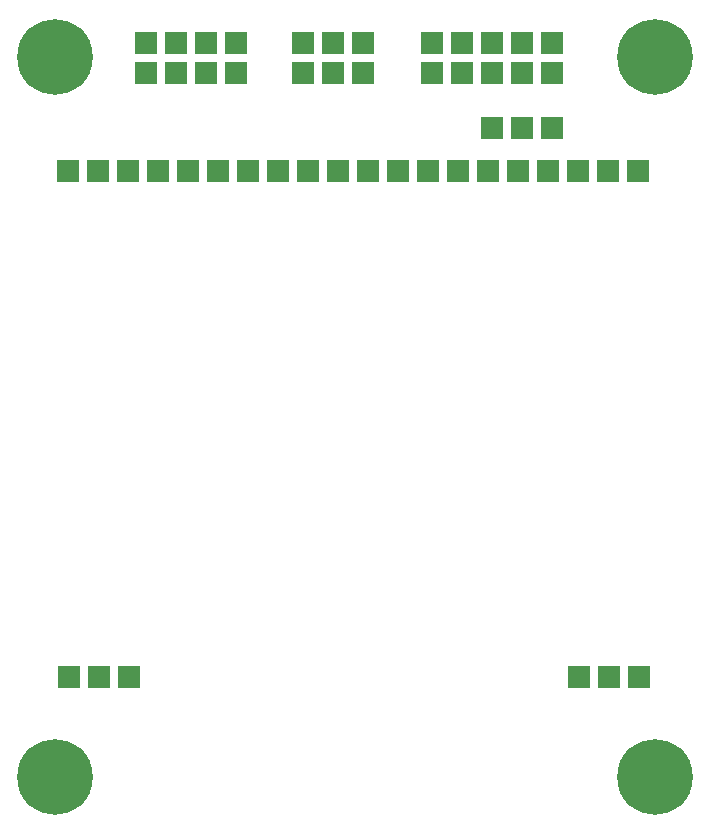
<source format=gbr>
%TF.GenerationSoftware,KiCad,Pcbnew,6.0.4-6f826c9f35~116~ubuntu20.04.1*%
%TF.CreationDate,2022-07-18T17:10:53+00:00*%
%TF.ProjectId,OLED01A,4f4c4544-3031-4412-9e6b-696361645f70,rev?*%
%TF.SameCoordinates,PX72ba1e0PY737d6e0*%
%TF.FileFunction,Soldermask,Top*%
%TF.FilePolarity,Negative*%
%FSLAX46Y46*%
G04 Gerber Fmt 4.6, Leading zero omitted, Abs format (unit mm)*
G04 Created by KiCad (PCBNEW 6.0.4-6f826c9f35~116~ubuntu20.04.1) date 2022-07-18 17:10:53*
%MOMM*%
%LPD*%
G01*
G04 APERTURE LIST*
G04 Aperture macros list*
%AMRoundRect*
0 Rectangle with rounded corners*
0 $1 Rounding radius*
0 $2 $3 $4 $5 $6 $7 $8 $9 X,Y pos of 4 corners*
0 Add a 4 corners polygon primitive as box body*
4,1,4,$2,$3,$4,$5,$6,$7,$8,$9,$2,$3,0*
0 Add four circle primitives for the rounded corners*
1,1,$1+$1,$2,$3*
1,1,$1+$1,$4,$5*
1,1,$1+$1,$6,$7*
1,1,$1+$1,$8,$9*
0 Add four rect primitives between the rounded corners*
20,1,$1+$1,$2,$3,$4,$5,0*
20,1,$1+$1,$4,$5,$6,$7,0*
20,1,$1+$1,$6,$7,$8,$9,0*
20,1,$1+$1,$8,$9,$2,$3,0*%
G04 Aperture macros list end*
%ADD10C,6.400000*%
%ADD11RoundRect,0.200000X0.762000X-0.762000X0.762000X0.762000X-0.762000X0.762000X-0.762000X-0.762000X0*%
%ADD12RoundRect,0.200000X-0.762000X0.762000X-0.762000X-0.762000X0.762000X-0.762000X0.762000X0.762000X0*%
G04 APERTURE END LIST*
D10*
%TO.C,H2*%
X50800000Y0D03*
%TD*%
%TO.C,H4*%
X0Y0D03*
%TD*%
D11*
%TO.C,J4*%
X31920000Y59630000D03*
X31920000Y62170000D03*
X34460000Y59630000D03*
X34460000Y62170000D03*
X37000000Y59630000D03*
X37000000Y62170000D03*
X39540000Y59630000D03*
X39540000Y62170000D03*
X42080000Y59630000D03*
X42080000Y62170000D03*
%TD*%
%TO.C,J3*%
X37060000Y55000000D03*
X39600000Y55000000D03*
X42140000Y55000000D03*
%TD*%
D12*
%TO.C,J2*%
X15310000Y62170000D03*
X15310000Y59630000D03*
X12770000Y62170000D03*
X12770000Y59630000D03*
X10230000Y62170000D03*
X10230000Y59630000D03*
X7690000Y62170000D03*
X7690000Y59630000D03*
%TD*%
D10*
%TO.C,H3*%
X0Y60960000D03*
%TD*%
%TO.C,H1*%
X50800000Y60960000D03*
%TD*%
D11*
%TO.C,DISP1*%
X1170000Y8500000D03*
X3710000Y8500000D03*
X6250000Y8500000D03*
X44350000Y8500000D03*
X46890000Y8500000D03*
X49430000Y8500000D03*
X49420000Y51300000D03*
X46880000Y51300000D03*
X44340000Y51300000D03*
X41800000Y51300000D03*
X39260000Y51300000D03*
X36720000Y51300000D03*
X34180000Y51300000D03*
X31640000Y51300000D03*
X29100000Y51300000D03*
X26560000Y51300000D03*
X24020000Y51300000D03*
X21480000Y51300000D03*
X18940000Y51300000D03*
X16400000Y51300000D03*
X13860000Y51300000D03*
X11320000Y51300000D03*
X8780000Y51300000D03*
X6240000Y51300000D03*
X3700000Y51300000D03*
X1160000Y51300000D03*
%TD*%
D12*
%TO.C,J1*%
X26140000Y62170000D03*
X26140000Y59630000D03*
X23600000Y62170000D03*
X23600000Y59630000D03*
X21060000Y62170000D03*
X21060000Y59630000D03*
%TD*%
M02*

</source>
